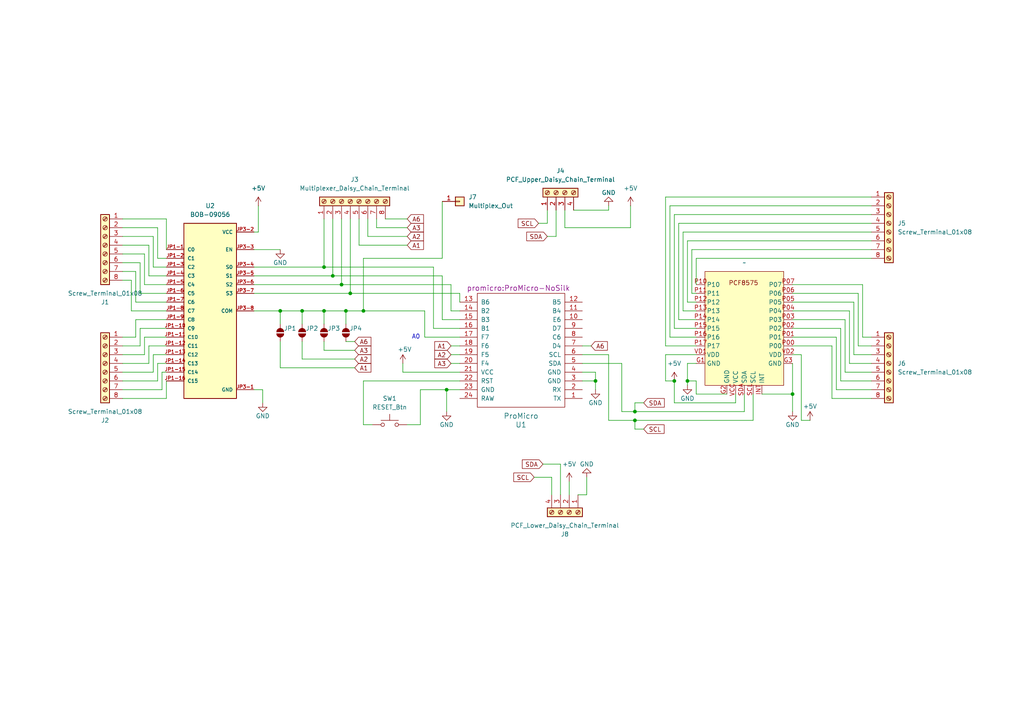
<source format=kicad_sch>
(kicad_sch (version 20250114) (generator "eeschema") (generator_version "9.0")
  (paper "A4")
  (lib_symbols
    (symbol "BOB-09056:BOB-09056" (pin_names (offset 1.016))
      (property "Reference" "U" (at -7.62 25.908 0))
      (property "Value" "BOB-09056" (at -7.62 -27.94 0))
      (symbol "BOB-09056_0_0"
        (rectangle (start -7.62 -25.4) (end 7.62 25.4) (stroke (width 0.254)) (fill (type background)))
        (pin input line (at -12.7 17.78 0) (length 5.08) (name "C0") (number "JP1-1"))
        (pin input line (at -12.7 15.24 0) (length 5.08) (name "C1") (number "JP1-2"))
        (pin input line (at -12.7 12.7 0) (length 5.08) (name "C2") (number "JP1-3"))
        (pin input line (at -12.7 10.16 0) (length 5.08) (name "C3") (number "JP1-4"))
        (pin input line (at -12.7 7.62 0) (length 5.08) (name "C4") (number "JP1-5"))
        (pin input line (at -12.7 5.08 0) (length 5.08) (name "C5") (number "JP1-6"))
        (pin input line (at -12.7 2.54 0) (length 5.08) (name "C6") (number "JP1-7"))
        (pin input line (at -12.7 0 0) (length 5.08) (name "C7") (number "JP1-8"))
        (pin input line (at -12.7 -2.54 0) (length 5.08) (name "C8") (number "JP1-9"))
        (pin input line (at -12.7 -5.08 0) (length 5.08) (name "C9") (number "JP1-10"))
        (pin input line (at -12.7 -7.62 0) (length 5.08) (name "C10") (number "JP1-11"))
        (pin input line (at -12.7 -10.16 0) (length 5.08) (name "C11") (number "JP1-12"))
        (pin input line (at -12.7 -12.7 0) (length 5.08) (name "C12") (number "JP1-13"))
        (pin input line (at -12.7 -15.24 0) (length 5.08) (name "C13") (number "JP1-14"))
        (pin input line (at -12.7 -17.78 0) (length 5.08) (name "C14") (number "JP1-15"))
        (pin input line (at -12.7 -20.32 0) (length 5.08) (name "C15") (number "JP1-16"))
        (pin power_in line (at 12.7 22.86 180) (length 5.08) (name "VCC") (number "JP3-2"))
        (pin input line (at 12.7 17.78 180) (length 5.08) (name "EN") (number "JP3-3"))
        (pin input line (at 12.7 12.7 180) (length 5.08) (name "S0") (number "JP3-4"))
        (pin input line (at 12.7 10.16 180) (length 5.08) (name "S1") (number "JP3-5"))
        (pin input line (at 12.7 7.62 180) (length 5.08) (name "S2") (number "JP3-6"))
        (pin input line (at 12.7 5.08 180) (length 5.08) (name "S3") (number "JP3-7"))
        (pin bidirectional line (at 12.7 0 180) (length 5.08) (name "COM") (number "JP3-8"))
        (pin power_in line (at 12.7 -22.86 180) (length 5.08) (name "GND") (number "JP3-1"))
      )
    )
    (symbol "Connector:Screw_Terminal_01x04" (pin_names (offset 1.016) (hide yes))
      (property "Reference" "J" (at 0 5.08 0))
      (property "Value" "Screw_Terminal_01x04" (at 0 -7.62 0))
      (symbol "Screw_Terminal_01x04_1_1"
        (rectangle (start -1.27 3.81) (end 1.27 -6.35) (stroke (width 0.254)) (fill (type background)))
        (polyline (pts (xy -0.5334 2.8702) (xy 0.3302 2.032)) (stroke (width 0.1524)))
        (polyline (pts (xy -0.5334 0.3302) (xy 0.3302 -0.508)) (stroke (width 0.1524)))
        (polyline (pts (xy -0.5334 -2.2098) (xy 0.3302 -3.048)) (stroke (width 0.1524)))
        (polyline (pts (xy -0.5334 -4.7498) (xy 0.3302 -5.588)) (stroke (width 0.1524)))
        (polyline (pts (xy -0.3556 3.048) (xy 0.508 2.2098)) (stroke (width 0.1524)))
        (polyline (pts (xy -0.3556 0.508) (xy 0.508 -0.3302)) (stroke (width 0.1524)))
        (polyline (pts (xy -0.3556 -2.032) (xy 0.508 -2.8702)) (stroke (width 0.1524)))
        (polyline (pts (xy -0.3556 -4.572) (xy 0.508 -5.4102)) (stroke (width 0.1524)))
        (circle (center 0 2.54) (radius 0.635) (stroke (width 0.1524)))
        (circle (center 0 0) (radius 0.635) (stroke (width 0.1524)))
        (circle (center 0 -2.54) (radius 0.635) (stroke (width 0.1524)))
        (circle (center 0 -5.08) (radius 0.635) (stroke (width 0.1524)))
        (pin passive line (at -5.08 2.54 0) (length 3.81) (name "Pin_1") (number "1"))
        (pin passive line (at -5.08 0 0) (length 3.81) (name "Pin_2") (number "2"))
        (pin passive line (at -5.08 -2.54 0) (length 3.81) (name "Pin_3") (number "3"))
        (pin passive line (at -5.08 -5.08 0) (length 3.81) (name "Pin_4") (number "4"))
      )
    )
    (symbol "Connector:Screw_Terminal_01x08" (pin_names (offset 1.016) (hide yes))
      (property "Reference" "J" (at 0 10.16 0))
      (property "Value" "Screw_Terminal_01x08" (at 0 -12.7 0))
      (symbol "Screw_Terminal_01x08_1_1"
        (rectangle (start -1.27 8.89) (end 1.27 -11.43) (stroke (width 0.254)) (fill (type background)))
        (polyline (pts (xy -0.5334 7.9502) (xy 0.3302 7.112)) (stroke (width 0.1524)))
        (polyline (pts (xy -0.5334 5.4102) (xy 0.3302 4.572)) (stroke (width 0.1524)))
        (polyline (pts (xy -0.5334 2.8702) (xy 0.3302 2.032)) (stroke (width 0.1524)))
        (polyline (pts (xy -0.5334 0.3302) (xy 0.3302 -0.508)) (stroke (width 0.1524)))
        (polyline (pts (xy -0.5334 -2.2098) (xy 0.3302 -3.048)) (stroke (width 0.1524)))
        (polyline (pts (xy -0.5334 -4.7498) (xy 0.3302 -5.588)) (stroke (width 0.1524)))
        (polyline (pts (xy -0.5334 -7.2898) (xy 0.3302 -8.128)) (stroke (width 0.1524)))
        (polyline (pts (xy -0.5334 -9.8298) (xy 0.3302 -10.668)) (stroke (width 0.1524)))
        (polyline (pts (xy -0.3556 8.128) (xy 0.508 7.2898)) (stroke (width 0.1524)))
        (polyline (pts (xy -0.3556 5.588) (xy 0.508 4.7498)) (stroke (width 0.1524)))
        (polyline (pts (xy -0.3556 3.048) (xy 0.508 2.2098)) (stroke (width 0.1524)))
        (polyline (pts (xy -0.3556 0.508) (xy 0.508 -0.3302)) (stroke (width 0.1524)))
        (polyline (pts (xy -0.3556 -2.032) (xy 0.508 -2.8702)) (stroke (width 0.1524)))
        (polyline (pts (xy -0.3556 -4.572) (xy 0.508 -5.4102)) (stroke (width 0.1524)))
        (polyline (pts (xy -0.3556 -7.112) (xy 0.508 -7.9502)) (stroke (width 0.1524)))
        (polyline (pts (xy -0.3556 -9.652) (xy 0.508 -10.4902)) (stroke (width 0.1524)))
        (circle (center 0 7.62) (radius 0.635) (stroke (width 0.1524)))
        (circle (center 0 5.08) (radius 0.635) (stroke (width 0.1524)))
        (circle (center 0 2.54) (radius 0.635) (stroke (width 0.1524)))
        (circle (center 0 0) (radius 0.635) (stroke (width 0.1524)))
        (circle (center 0 -2.54) (radius 0.635) (stroke (width 0.1524)))
        (circle (center 0 -5.08) (radius 0.635) (stroke (width 0.1524)))
        (circle (center 0 -7.62) (radius 0.635) (stroke (width 0.1524)))
        (circle (center 0 -10.16) (radius 0.635) (stroke (width 0.1524)))
        (pin passive line (at -5.08 7.62 0) (length 3.81) (name "Pin_1") (number "1"))
        (pin passive line (at -5.08 5.08 0) (length 3.81) (name "Pin_2") (number "2"))
        (pin passive line (at -5.08 2.54 0) (length 3.81) (name "Pin_3") (number "3"))
        (pin passive line (at -5.08 0 0) (length 3.81) (name "Pin_4") (number "4"))
        (pin passive line (at -5.08 -2.54 0) (length 3.81) (name "Pin_5") (number "5"))
        (pin passive line (at -5.08 -5.08 0) (length 3.81) (name "Pin_6") (number "6"))
        (pin passive line (at -5.08 -7.62 0) (length 3.81) (name "Pin_7") (number "7"))
        (pin passive line (at -5.08 -10.16 0) (length 3.81) (name "Pin_8") (number "8"))
      )
    )
    (symbol "Connector_Generic:Conn_01x01" (pin_names (offset 1.016) (hide yes))
      (property "Reference" "J" (at 0 2.54 0))
      (property "Value" "Conn_01x01" (at 0 -2.54 0))
      (symbol "Conn_01x01_1_1"
        (rectangle (start -1.27 1.27) (end 1.27 -1.27) (stroke (width 0.254)) (fill (type background)))
        (rectangle (start -1.27 0.127) (end 0 -0.127) (stroke (width 0.1524)))
        (pin passive line (at -5.08 0 0) (length 3.81) (name "Pin_1") (number "1"))
      )
    )
    (symbol "MyCustomSymbolLibrary:PCF8575_Breakout"
      (symbol "PCF8575_Breakout_1_1"
        (rectangle (start -11.43 13.97) (end 11.43 -19.05) (fill (type background)))
        (text "PCF8575" (at -0.254 10.668 0) (effects (font (size 1.27 1.27))))
        (pin bidirectional line (at -13.97 10.16 0) (length 2.54) (name "P10") (number "P10"))
        (pin bidirectional line (at -13.97 7.62 0) (length 2.54) (name "P11") (number "P11"))
        (pin bidirectional line (at -13.97 5.08 0) (length 2.54) (name "P12") (number "P12"))
        (pin bidirectional line (at -13.97 2.54 0) (length 2.54) (name "P13") (number "P13"))
        (pin bidirectional line (at -13.97 0 0) (length 2.54) (name "P14") (number "P14"))
        (pin bidirectional line (at -13.97 -2.54 0) (length 2.54) (name "P15") (number "P15"))
        (pin bidirectional line (at -13.97 -5.08 0) (length 2.54) (name "P16") (number "P16"))
        (pin bidirectional line (at -13.97 -7.62 0) (length 2.54) (name "P17") (number "P17"))
        (pin power_in line (at -13.97 -10.16 0) (length 2.54) (name "VDD") (number "VD1"))
        (pin power_in line (at -13.97 -12.7 0) (length 2.54) (name "GND") (number "G1"))
        (pin power_in line (at -5.08 -21.59 90) (length 2.54) (name "GND") (number "G2"))
        (pin power_in line (at -2.54 -21.59 90) (length 2.54) (name "VCC") (number "VCC"))
        (pin bidirectional line (at 0 -21.59 90) (length 2.54) (name "SDA") (number "SDA"))
        (pin bidirectional line (at 2.54 -21.59 90) (length 2.54) (name "SCL") (number "SCL"))
        (pin bidirectional line (at 5.08 -21.59 90) (length 2.54) (name "INT") (number "INT"))
        (pin bidirectional line (at 13.97 10.16 180) (length 2.54) (name "P07") (number "P07"))
        (pin bidirectional line (at 13.97 7.62 180) (length 2.54) (name "P06") (number "P06"))
        (pin bidirectional line (at 13.97 5.08 180) (length 2.54) (name "P05") (number "P05"))
        (pin bidirectional line (at 13.97 2.54 180) (length 2.54) (name "P04") (number "P04"))
        (pin bidirectional line (at 13.97 0 180) (length 2.54) (name "P03") (number "P03"))
        (pin bidirectional line (at 13.97 -2.54 180) (length 2.54) (name "P02") (number "P02"))
        (pin bidirectional line (at 13.97 -5.08 180) (length 2.54) (name "P01") (number "P01"))
        (pin bidirectional line (at 13.97 -7.62 180) (length 2.54) (name "P00") (number "P00"))
        (pin power_in line (at 13.97 -10.16 180) (length 2.54) (name "VDD") (number "VD2"))
        (pin power_in line (at 13.97 -12.7 180) (length 2.54) (name "GND") (number "G3"))
      )
    )
    (symbol "PCM_SparkFun-Jumper:SolderJumper_2_Open" (pin_numbers (hide yes)) (pin_names (offset 0) (hide yes))
      (property "Reference" "JP" (at 0 2.032 0))
      (property "Value" "~" (at 0 -2.54 0))
      (symbol "SolderJumper_2_Open_0_1"
        (polyline (pts (xy -0.254 1.016) (xy -0.254 -1.016)))
        (arc (start -0.254 -1.016) (mid -1.2656 0) (end -0.254 1.016))
        (arc (start -0.254 -1.016) (mid -1.2656 0) (end -0.254 1.016) (fill (type outline)))
        (arc (start 0.254 1.016) (mid 1.2656 0) (end 0.254 -1.016))
        (arc (start 0.254 1.016) (mid 1.2656 0) (end 0.254 -1.016) (fill (type outline)))
        (polyline (pts (xy 0.254 1.016) (xy 0.254 -1.016)))
      )
      (symbol "SolderJumper_2_Open_1_1"
        (pin passive line (at -2.54 0 0) (length 1.27) (name "A") (number "1"))
        (pin passive line (at 2.54 0 180) (length 1.27) (name "B") (number "2"))
      )
    )
    (symbol "PCM_SparkFun-PowerSymbol:GND" (power) (pin_names (offset 0))
      (property "Value" "GND" (at 0 -3.81 0))
      (symbol "GND_0_1"
        (polyline (pts (xy 0 0) (xy 0 -1.27) (xy 1.27 -1.27) (xy 0 -2.54) (xy -1.27 -1.27) (xy 0 -1.27)))
      )
      (symbol "GND_1_1"
        (pin power_in line (at 0 0 270) (length 0) (hide yes) (name "GND") (number "1"))
      )
    )
    (symbol "Switch:SW_Push" (pin_numbers (hide yes)) (pin_names (offset 1.016) (hide yes))
      (property "Reference" "SW" (at 1.27 2.54 0))
      (property "Value" "SW_Push" (at 0 -1.524 0))
      (symbol "SW_Push_0_1"
        (circle (center -2.032 0) (radius 0.508))
        (polyline (pts (xy 0 1.27) (xy 0 3.048)))
        (circle (center 2.032 0) (radius 0.508))
        (polyline (pts (xy 2.54 1.27) (xy -2.54 1.27)))
        (pin passive line (at -5.08 0 0) (length 2.54) (name "1") (number "1"))
        (pin passive line (at 5.08 0 180) (length 2.54) (name "2") (number "2"))
      )
    )
    (symbol "power:+5V" (power) (pin_numbers (hide yes)) (pin_names (offset 0) (hide yes))
      (property "Value" "+5V" (at 0 3.556 0))
      (symbol "+5V_0_1"
        (polyline (pts (xy -0.762 1.27) (xy 0 2.54)))
        (polyline (pts (xy 0 2.54) (xy 0.762 1.27)))
        (polyline (pts (xy 0 0) (xy 0 2.54)))
      )
      (symbol "+5V_1_1"
        (pin power_in line (at 0 0 90) (length 0) (name "~") (number "1"))
      )
    )
    (symbol "promicro:ProMicro" (pin_names (offset 1.016))
      (property "Reference" "U" (at 0 24.13 0))
      (property "Value" "ProMicro" (at 0 -13.97 0))
      (symbol "ProMicro_0_1"
        (rectangle (start -12.7 21.59) (end 12.7 -11.43))
      )
      (symbol "ProMicro_1_1"
        (pin bidirectional line (at -17.78 19.05 0) (length 5.08) (name "TX") (number "1"))
        (pin bidirectional line (at -17.78 16.51 0) (length 5.08) (name "RX") (number "2"))
        (pin power_in line (at -17.78 13.97 0) (length 5.08) (name "GND") (number "3"))
        (pin power_in line (at -17.78 11.43 0) (length 5.08) (name "GND") (number "4"))
        (pin bidirectional line (at -17.78 8.89 0) (length 5.08) (name "SDA") (number "5"))
        (pin bidirectional line (at -17.78 6.35 0) (length 5.08) (name "SCL") (number "6"))
        (pin bidirectional line (at -17.78 3.81 0) (length 5.08) (name "D4") (number "7"))
        (pin bidirectional line (at -17.78 1.27 0) (length 5.08) (name "C6") (number "8"))
        (pin bidirectional line (at -17.78 -1.27 0) (length 5.08) (name "D7") (number "9"))
        (pin bidirectional line (at -17.78 -3.81 0) (length 5.08) (name "E6") (number "10"))
        (pin bidirectional line (at -17.78 -6.35 0) (length 5.08) (name "B4") (number "11"))
        (pin bidirectional line (at -17.78 -8.89 0) (length 5.08) (name "B5") (number "12"))
        (pin power_out line (at 17.78 19.05 180) (length 5.08) (name "RAW") (number "24"))
        (pin power_in line (at 17.78 16.51 180) (length 5.08) (name "GND") (number "23"))
        (pin input line (at 17.78 13.97 180) (length 5.08) (name "RST") (number "22"))
        (pin power_in line (at 17.78 11.43 180) (length 5.08) (name "VCC") (number "21"))
        (pin bidirectional line (at 17.78 8.89 180) (length 5.08) (name "F4") (number "20"))
        (pin bidirectional line (at 17.78 6.35 180) (length 5.08) (name "F5") (number "19"))
        (pin bidirectional line (at 17.78 3.81 180) (length 5.08) (name "F6") (number "18"))
        (pin bidirectional line (at 17.78 1.27 180) (length 5.08) (name "F7") (number "17"))
        (pin bidirectional line (at 17.78 -1.27 180) (length 5.08) (name "B1") (number "16"))
        (pin bidirectional line (at 17.78 -3.81 180) (length 5.08) (name "B3") (number "15"))
        (pin bidirectional line (at 17.78 -6.35 180) (length 5.08) (name "B2") (number "14"))
        (pin bidirectional line (at 17.78 -8.89 180) (length 5.08) (name "B6") (number "13"))
      )
    )
  )
  (text "A0" (at 120.65 97.79 0) (effects (font (size 1.27 1.27))))
  (junction (at 129.54 113.03))
  (junction (at 99.06 82.55))
  (junction (at 229.87 114.3))
  (junction (at 101.6 85.09))
  (junction (at 199.39 110.49))
  (junction (at 105.41 90.17))
  (junction (at 93.98 77.47))
  (junction (at 100.33 90.17))
  (junction (at 96.52 80.01))
  (junction (at 81.28 90.17))
  (junction (at 184.15 121.92))
  (junction (at 87.63 90.17))
  (junction (at 93.98 90.17))
  (junction (at 184.15 119.38))
  (junction (at 172.72 110.49))
  (junction (at 195.58 110.49))
  (wire (pts (xy 229.87 87.63) (xy 247.65 87.63)))
  (wire (pts (xy 41.91 97.79) (xy 48.26 97.79)))
  (wire (pts (xy 252.73 62.23) (xy 195.58 62.23)))
  (wire (pts (xy 73.66 77.47) (xy 93.98 77.47)))
  (wire (pts (xy 111.76 63.5) (xy 118.11 63.5)))
  (wire (pts (xy 104.14 71.12) (xy 118.11 71.12)))
  (wire (pts (xy 123.19 90.17) (xy 123.19 97.79)))
  (wire (pts (xy 248.92 100.33) (xy 252.73 100.33)))
  (wire (pts (xy 247.65 102.87) (xy 252.73 102.87)))
  (wire (pts (xy 100.33 90.17) (xy 105.41 90.17)))
  (wire (pts (xy 229.87 97.79) (xy 242.57 97.79)))
  (wire (pts (xy 199.39 105.41) (xy 199.39 110.49)))
  (wire (pts (xy 168.91 107.95) (xy 172.72 107.95)))
  (wire (pts (xy 242.57 113.03) (xy 252.73 113.03)))
  (wire (pts (xy 44.45 107.95) (xy 44.45 102.87)))
  (wire (pts (xy 229.87 85.09) (xy 248.92 85.09)))
  (wire (pts (xy 162.56 134.62) (xy 162.56 143.51)))
  (wire (pts (xy 229.87 102.87) (xy 232.41 102.87)))
  (wire (pts (xy 199.39 110.49) (xy 199.39 111.76)))
  (wire (pts (xy 241.3 100.33) (xy 241.3 115.57)))
  (wire (pts (xy 35.56 68.58) (xy 44.45 68.58)))
  (wire (pts (xy 87.63 90.17) (xy 93.98 90.17)))
  (wire (pts (xy 130.81 82.55) (xy 130.81 90.17)))
  (wire (pts (xy 35.56 76.2) (xy 40.64 76.2)))
  (wire (pts (xy 229.87 82.55) (xy 250.19 82.55)))
  (wire (pts (xy 176.53 121.92) (xy 184.15 121.92)))
  (wire (pts (xy 243.84 110.49) (xy 252.73 110.49)))
  (wire (pts (xy 35.56 105.41) (xy 43.18 105.41)))
  (wire (pts (xy 44.45 68.58) (xy 44.45 77.47)))
  (wire (pts (xy 35.56 97.79) (xy 39.37 97.79)))
  (wire (pts (xy 35.56 66.04) (xy 45.72 66.04)))
  (wire (pts (xy 118.11 123.19) (xy 121.92 123.19)))
  (wire (pts (xy 133.35 110.49) (xy 105.41 110.49)))
  (wire (pts (xy 101.6 63.5) (xy 101.6 85.09)))
  (wire (pts (xy 158.75 68.58) (xy 161.29 68.58)))
  (wire (pts (xy 106.68 68.58) (xy 118.11 68.58)))
  (wire (pts (xy 180.34 119.38) (xy 184.15 119.38)))
  (wire (pts (xy 116.84 107.95) (xy 116.84 105.41)))
  (wire (pts (xy 74.93 67.31) (xy 74.93 59.69)))
  (wire (pts (xy 45.72 105.41) (xy 48.26 105.41)))
  (wire (pts (xy 35.56 78.74) (xy 39.37 78.74)))
  (wire (pts (xy 87.63 90.17) (xy 87.63 93.98)))
  (wire (pts (xy 81.28 90.17) (xy 87.63 90.17)))
  (wire (pts (xy 39.37 92.71) (xy 48.26 92.71)))
  (wire (pts (xy 229.87 95.25) (xy 243.84 95.25)))
  (wire (pts (xy 130.81 102.87) (xy 133.35 102.87)))
  (wire (pts (xy 128.27 58.42) (xy 128.27 74.93)))
  (wire (pts (xy 35.56 113.03) (xy 46.99 113.03)))
  (wire (pts (xy 73.66 85.09) (xy 101.6 85.09)))
  (wire (pts (xy 133.35 113.03) (xy 129.54 113.03)))
  (wire (pts (xy 213.36 114.3) (xy 213.36 116.84)))
  (wire (pts (xy 213.36 116.84) (xy 195.58 116.84)))
  (wire (pts (xy 201.93 82.55) (xy 201.93 74.93)))
  (wire (pts (xy 194.31 59.69) (xy 194.31 97.79)))
  (wire (pts (xy 243.84 95.25) (xy 243.84 110.49)))
  (wire (pts (xy 106.68 63.5) (xy 106.68 68.58)))
  (wire (pts (xy 73.66 82.55) (xy 99.06 82.55)))
  (wire (pts (xy 229.87 92.71) (xy 245.11 92.71)))
  (wire (pts (xy 81.28 106.68) (xy 81.28 99.06)))
  (wire (pts (xy 102.87 106.68) (xy 81.28 106.68)))
  (wire (pts (xy 252.73 69.85) (xy 199.39 69.85)))
  (wire (pts (xy 170.18 143.51) (xy 167.64 143.51)))
  (wire (pts (xy 165.1 143.51) (xy 165.1 139.7)))
  (wire (pts (xy 35.56 100.33) (xy 40.64 100.33)))
  (wire (pts (xy 128.27 74.93) (xy 105.41 74.93)))
  (wire (pts (xy 247.65 87.63) (xy 247.65 102.87)))
  (wire (pts (xy 38.1 81.28) (xy 35.56 81.28)))
  (wire (pts (xy 93.98 90.17) (xy 100.33 90.17)))
  (wire (pts (xy 105.41 123.19) (xy 107.95 123.19)))
  (wire (pts (xy 245.11 107.95) (xy 252.73 107.95)))
  (wire (pts (xy 168.91 100.33) (xy 171.45 100.33)))
  (wire (pts (xy 73.66 80.01) (xy 96.52 80.01)))
  (wire (pts (xy 40.64 95.25) (xy 48.26 95.25)))
  (wire (pts (xy 246.38 90.17) (xy 246.38 105.41)))
  (wire (pts (xy 35.56 110.49) (xy 45.72 110.49)))
  (wire (pts (xy 40.64 100.33) (xy 40.64 95.25)))
  (wire (pts (xy 218.44 114.3) (xy 218.44 121.92)))
  (wire (pts (xy 229.87 100.33) (xy 241.3 100.33)))
  (wire (pts (xy 102.87 104.14) (xy 87.63 104.14)))
  (wire (pts (xy 48.26 63.5) (xy 48.26 72.39)))
  (wire (pts (xy 39.37 78.74) (xy 39.37 87.63)))
  (wire (pts (xy 161.29 68.58) (xy 161.29 60.96)))
  (wire (pts (xy 195.58 62.23) (xy 195.58 95.25)))
  (wire (pts (xy 100.33 99.06) (xy 102.87 99.06)))
  (wire (pts (xy 184.15 116.84) (xy 184.15 119.38)))
  (wire (pts (xy 105.41 110.49) (xy 105.41 123.19)))
  (wire (pts (xy 93.98 63.5) (xy 93.98 77.47)))
  (wire (pts (xy 156.21 64.77) (xy 158.75 64.77)))
  (wire (pts (xy 102.87 101.6) (xy 93.98 101.6)))
  (wire (pts (xy 184.15 121.92) (xy 218.44 121.92)))
  (wire (pts (xy 252.73 57.15) (xy 193.04 57.15)))
  (wire (pts (xy 199.39 87.63) (xy 201.93 87.63)))
  (wire (pts (xy 35.56 71.12) (xy 43.18 71.12)))
  (wire (pts (xy 45.72 74.93) (xy 48.26 74.93)))
  (wire (pts (xy 193.04 57.15) (xy 193.04 100.33)))
  (wire (pts (xy 109.22 63.5) (xy 109.22 66.04)))
  (wire (pts (xy 176.53 102.87) (xy 176.53 121.92)))
  (wire (pts (xy 130.81 105.41) (xy 133.35 105.41)))
  (wire (pts (xy 81.28 90.17) (xy 81.28 93.98)))
  (wire (pts (xy 44.45 77.47) (xy 48.26 77.47)))
  (wire (pts (xy 99.06 82.55) (xy 130.81 82.55)))
  (wire (pts (xy 39.37 87.63) (xy 48.26 87.63)))
  (wire (pts (xy 44.45 102.87) (xy 48.26 102.87)))
  (wire (pts (xy 172.72 107.95) (xy 172.72 110.49)))
  (wire (pts (xy 199.39 69.85) (xy 199.39 87.63)))
  (wire (pts (xy 96.52 80.01) (xy 128.27 80.01)))
  (wire (pts (xy 163.83 66.04) (xy 182.88 66.04)))
  (wire (pts (xy 196.85 64.77) (xy 196.85 92.71)))
  (wire (pts (xy 252.73 59.69) (xy 194.31 59.69)))
  (wire (pts (xy 39.37 97.79) (xy 39.37 92.71)))
  (wire (pts (xy 160.02 138.43) (xy 160.02 143.51)))
  (wire (pts (xy 35.56 107.95) (xy 44.45 107.95)))
  (wire (pts (xy 246.38 105.41) (xy 252.73 105.41)))
  (wire (pts (xy 105.41 90.17) (xy 123.19 90.17)))
  (wire (pts (xy 43.18 105.41) (xy 43.18 100.33)))
  (wire (pts (xy 241.3 115.57) (xy 252.73 115.57)))
  (wire (pts (xy 242.57 97.79) (xy 242.57 113.03)))
  (wire (pts (xy 123.19 97.79) (xy 133.35 97.79)))
  (wire (pts (xy 194.31 97.79) (xy 201.93 97.79)))
  (wire (pts (xy 210.82 114.3) (xy 201.93 114.3)))
  (wire (pts (xy 45.72 66.04) (xy 45.72 74.93)))
  (wire (pts (xy 172.72 110.49) (xy 168.91 110.49)))
  (wire (pts (xy 133.35 85.09) (xy 133.35 87.63)))
  (wire (pts (xy 158.75 64.77) (xy 158.75 60.96)))
  (wire (pts (xy 109.22 66.04) (xy 118.11 66.04)))
  (wire (pts (xy 40.64 76.2) (xy 40.64 85.09)))
  (wire (pts (xy 229.87 114.3) (xy 229.87 119.38)))
  (wire (pts (xy 196.85 92.71) (xy 201.93 92.71)))
  (wire (pts (xy 229.87 90.17) (xy 246.38 90.17)))
  (wire (pts (xy 125.73 77.47) (xy 125.73 95.25)))
  (wire (pts (xy 128.27 92.71) (xy 133.35 92.71)))
  (wire (pts (xy 182.88 66.04) (xy 182.88 59.69)))
  (wire (pts (xy 41.91 73.66) (xy 41.91 82.55)))
  (wire (pts (xy 130.81 100.33) (xy 133.35 100.33)))
  (wire (pts (xy 193.04 110.49) (xy 193.04 102.87)))
  (wire (pts (xy 45.72 110.49) (xy 45.72 105.41)))
  (wire (pts (xy 125.73 95.25) (xy 133.35 95.25)))
  (wire (pts (xy 130.81 90.17) (xy 133.35 90.17)))
  (wire (pts (xy 198.12 67.31) (xy 198.12 90.17)))
  (wire (pts (xy 195.58 110.49) (xy 193.04 110.49)))
  (wire (pts (xy 163.83 60.96) (xy 163.83 66.04)))
  (wire (pts (xy 73.66 67.31) (xy 74.93 67.31)))
  (wire (pts (xy 76.2 113.03) (xy 76.2 116.84)))
  (wire (pts (xy 35.56 63.5) (xy 48.26 63.5)))
  (wire (pts (xy 215.9 114.3) (xy 215.9 119.38)))
  (wire (pts (xy 229.87 105.41) (xy 229.87 114.3)))
  (wire (pts (xy 184.15 124.46) (xy 184.15 121.92)))
  (wire (pts (xy 184.15 124.46) (xy 186.69 124.46)))
  (wire (pts (xy 35.56 73.66) (xy 41.91 73.66)))
  (wire (pts (xy 40.64 85.09) (xy 48.26 85.09)))
  (wire (pts (xy 93.98 90.17) (xy 93.98 93.98)))
  (wire (pts (xy 43.18 80.01) (xy 48.26 80.01)))
  (wire (pts (xy 232.41 102.87) (xy 232.41 121.92)))
  (wire (pts (xy 201.93 85.09) (xy 200.66 85.09)))
  (wire (pts (xy 121.92 113.03) (xy 129.54 113.03)))
  (wire (pts (xy 46.99 107.95) (xy 48.26 107.95)))
  (wire (pts (xy 195.58 116.84) (xy 195.58 110.49)))
  (wire (pts (xy 193.04 100.33) (xy 201.93 100.33)))
  (wire (pts (xy 93.98 101.6) (xy 93.98 99.06)))
  (wire (pts (xy 220.98 114.3) (xy 229.87 114.3)))
  (wire (pts (xy 201.93 74.93) (xy 252.73 74.93)))
  (wire (pts (xy 105.41 74.93) (xy 105.41 90.17)))
  (wire (pts (xy 157.48 134.62) (xy 162.56 134.62)))
  (wire (pts (xy 35.56 102.87) (xy 41.91 102.87)))
  (wire (pts (xy 166.37 60.96) (xy 176.53 60.96)))
  (wire (pts (xy 176.53 60.96) (xy 176.53 59.69)))
  (wire (pts (xy 87.63 104.14) (xy 87.63 99.06)))
  (wire (pts (xy 43.18 100.33) (xy 48.26 100.33)))
  (wire (pts (xy 46.99 113.03) (xy 46.99 107.95)))
  (wire (pts (xy 200.66 72.39) (xy 252.73 72.39)))
  (wire (pts (xy 101.6 85.09) (xy 133.35 85.09)))
  (wire (pts (xy 186.69 116.84) (xy 184.15 116.84)))
  (wire (pts (xy 99.06 63.5) (xy 99.06 82.55)))
  (wire (pts (xy 96.52 63.5) (xy 96.52 80.01)))
  (wire (pts (xy 245.11 92.71) (xy 245.11 107.95)))
  (wire (pts (xy 193.04 102.87) (xy 201.93 102.87)))
  (wire (pts (xy 35.56 115.57) (xy 48.26 115.57)))
  (wire (pts (xy 73.66 72.39) (xy 81.28 72.39)))
  (wire (pts (xy 168.91 102.87) (xy 176.53 102.87)))
  (wire (pts (xy 200.66 85.09) (xy 200.66 72.39)))
  (wire (pts (xy 128.27 80.01) (xy 128.27 92.71)))
  (wire (pts (xy 93.98 77.47) (xy 125.73 77.47)))
  (wire (pts (xy 38.1 81.28) (xy 38.1 90.17)))
  (wire (pts (xy 100.33 90.17) (xy 100.33 93.98)))
  (wire (pts (xy 73.66 90.17) (xy 81.28 90.17)))
  (wire (pts (xy 129.54 113.03) (xy 129.54 119.38)))
  (wire (pts (xy 172.72 113.03) (xy 172.72 110.49)))
  (wire (pts (xy 41.91 82.55) (xy 48.26 82.55)))
  (wire (pts (xy 38.1 90.17) (xy 48.26 90.17)))
  (wire (pts (xy 184.15 119.38) (xy 215.9 119.38)))
  (wire (pts (xy 121.92 123.19) (xy 121.92 113.03)))
  (wire (pts (xy 248.92 85.09) (xy 248.92 100.33)))
  (wire (pts (xy 198.12 90.17) (xy 201.93 90.17)))
  (wire (pts (xy 104.14 63.5) (xy 104.14 71.12)))
  (wire (pts (xy 250.19 97.79) (xy 252.73 97.79)))
  (wire (pts (xy 48.26 115.57) (xy 48.26 110.49)))
  (wire (pts (xy 180.34 119.38) (xy 180.34 105.41)))
  (wire (pts (xy 250.19 82.55) (xy 250.19 97.79)))
  (wire (pts (xy 201.93 105.41) (xy 199.39 105.41)))
  (wire (pts (xy 201.93 114.3) (xy 201.93 110.49)))
  (wire (pts (xy 73.66 113.03) (xy 76.2 113.03)))
  (wire (pts (xy 195.58 95.25) (xy 201.93 95.25)))
  (wire (pts (xy 168.91 105.41) (xy 180.34 105.41)))
  (wire (pts (xy 252.73 64.77) (xy 196.85 64.77)))
  (wire (pts (xy 170.18 138.43) (xy 170.18 143.51)))
  (wire (pts (xy 232.41 121.92) (xy 234.95 121.92)))
  (wire (pts (xy 201.93 110.49) (xy 199.39 110.49)))
  (wire (pts (xy 133.35 107.95) (xy 116.84 107.95)))
  (wire (pts (xy 154.94 138.43) (xy 160.02 138.43)))
  (wire (pts (xy 252.73 67.31) (xy 198.12 67.31)))
  (wire (pts (xy 43.18 71.12) (xy 43.18 80.01)))
  (wire (pts (xy 41.91 102.87) (xy 41.91 97.79)))
  (global_label "A1" (shape input) (at 130.81 100.33 180) (property "Intersheetrefs" "${INTERSHEET_REFS}" (effects (hide yes))))
  (global_label "SDA" (shape input) (at 157.48 134.62 180) (property "Intersheetrefs" "${INTERSHEET_REFS}" (effects (hide yes))))
  (global_label "SCL" (shape input) (at 156.21 64.77 180) (property "Intersheetrefs" "${INTERSHEET_REFS}" (effects (hide yes))))
  (global_label "A6" (shape input) (at 118.11 63.5 0) (property "Intersheetrefs" "${INTERSHEET_REFS}" (effects (hide yes))))
  (global_label "SCL" (shape input) (at 186.69 124.46 0) (property "Intersheetrefs" "${INTERSHEET_REFS}" (effects (hide yes))))
  (global_label "A2" (shape input) (at 130.81 102.87 180) (property "Intersheetrefs" "${INTERSHEET_REFS}" (effects (hide yes))))
  (global_label "A3" (shape input) (at 102.87 101.6 0) (property "Intersheetrefs" "${INTERSHEET_REFS}" (effects (hide yes))))
  (global_label "A3" (shape input) (at 118.11 66.04 0) (property "Intersheetrefs" "${INTERSHEET_REFS}" (effects (hide yes))))
  (global_label "A1" (shape input) (at 118.11 71.12 0) (property "Intersheetrefs" "${INTERSHEET_REFS}" (effects (hide yes))))
  (global_label "A2" (shape input) (at 118.11 68.58 0) (property "Intersheetrefs" "${INTERSHEET_REFS}" (effects (hide yes))))
  (global_label "A1" (shape input) (at 102.87 106.68 0) (property "Intersheetrefs" "${INTERSHEET_REFS}" (effects (hide yes))))
  (global_label "A6" (shape input) (at 102.87 99.06 0) (property "Intersheetrefs" "${INTERSHEET_REFS}" (effects (hide yes))))
  (global_label "A3" (shape input) (at 130.81 105.41 180) (property "Intersheetrefs" "${INTERSHEET_REFS}" (effects (hide yes))))
  (global_label "SCL" (shape input) (at 154.94 138.43 180) (property "Intersheetrefs" "${INTERSHEET_REFS}" (effects (hide yes))))
  (global_label "SDA" (shape input) (at 186.69 116.84 0) (property "Intersheetrefs" "${INTERSHEET_REFS}" (effects (hide yes))))
  (global_label "A2" (shape input) (at 102.87 104.14 0) (property "Intersheetrefs" "${INTERSHEET_REFS}" (effects (hide yes))))
  (global_label "SDA" (shape input) (at 158.75 68.58 180) (property "Intersheetrefs" "${INTERSHEET_REFS}" (effects (hide yes))))
  (global_label "A6" (shape input) (at 171.45 100.33 0) (property "Intersheetrefs" "${INTERSHEET_REFS}" (effects (hide yes))))
  (symbol (lib_id "MyCustomSymbolLibrary:PCF8575_Breakout") (at 215.9 92.71 0) (unit 1)
    (property "Reference" "U3" (effects (hide yes)))
    (property "Value" "~" (at 215.9 76.2 0))
    (property "Footprint" "MyCustomSymbolLibrary:PCF8575_Breakout" (effects (hide yes)))
  )
  (symbol (lib_id "power:+5V") (at 116.84 105.41 0) (unit 1)
    (property "Reference" "#PWR02" (effects (hide yes)))
    (property "Value" "+5V" (at 115.316 101.346 0) (effects (justify left)))
    (property "Description" "Power symbol creates a global label with name \"+5V\"" (effects (hide yes)))
  )
  (symbol (lib_id "BOB-09056:BOB-09056") (at 60.96 90.17 0) (unit 1)
    (property "Reference" "U2" (at 60.96 59.69 0))
    (property "Value" "BOB-09056" (at 60.96 62.23 0))
    (property "Footprint" "BOB-09056:MODULE_BOB-09056" (effects (hide yes)))
    (property "MF" "SparkFun Electronics" (effects (hide yes)))
    (property "MAXIMUM_PACKAGE_HEIGHT" "N/A" (effects (hide yes)))
    (property "Package" "None" (effects (hide yes)))
    (property "Price" "None" (effects (hide yes)))
    (property "Check_prices" "https://www.snapeda.com/parts/BOB-09056/SparkFun/view-part/?ref=eda" (effects (hide yes)))
    (property "STANDARD" "Manufacturer Recommendations" (effects (hide yes)))
    (property "PARTREV" "v11" (effects (hide yes)))
    (property "SnapEDA_Link" "https://www.snapeda.com/parts/BOB-09056/SparkFun/view-part/?ref=snap" (effects (hide yes)))
    (property "MP" "BOB-09056" (effects (hide yes)))
    (property "Description_1" "74HC4067 - Analog and Digital Switch Interface Evaluation Board" (effects (hide yes)))
    (property "Availability" "In Stock" (effects (hide yes)))
    (property "MANUFACTURER" "SparkFun Electronics" (effects (hide yes)))
  )
  (symbol (lib_id "PCM_SparkFun-PowerSymbol:GND") (at 81.28 72.39 0) (unit 1)
    (property "Reference" "#PWR05" (effects (hide yes)))
    (property "Value" "GND" (at 81.28 76.2 0))
    (property "Description" "Power symbol creates a global label with name \"GND\" , ground" (effects (hide yes)))
  )
  (symbol (lib_id "PCM_SparkFun-Jumper:SolderJumper_2_Open") (at 81.28 96.52 270) (unit 1)
    (property "Reference" "JP1" (at 82.296 95.25 90) (effects (justify left)))
    (property "Footprint" "PCM_SparkFun-Jumper:Jumper_2_NO" (effects (hide yes)))
    (property "Description" "Solder Jumper, 2-pole, open" (effects (hide yes)))
  )
  (symbol (lib_id "PCM_SparkFun-PowerSymbol:GND") (at 176.53 59.69 180) (unit 1)
    (property "Reference" "#PWR07" (effects (hide yes)))
    (property "Value" "GND" (at 176.53 55.88 0))
    (property "Description" "Power symbol creates a global label with name \"GND\" , ground" (effects (hide yes)))
  )
  (symbol (lib_id "promicro:ProMicro") (at 151.13 96.52 180) (unit 1)
    (property "Reference" "U1" (at 151.13 123.19 0) (effects (font (size 1.524 1.524))))
    (property "Value" "ProMicro" (at 151.13 120.65 0) (effects (font (size 1.524 1.524))))
    (property "Footprint" "promicro:ProMicro-NoSilk" (at 150.368 83.566 0) (effects (font (size 1.524 1.524))))
  )
  (symbol (lib_id "PCM_SparkFun-PowerSymbol:GND") (at 199.39 111.76 0) (unit 1)
    (property "Reference" "#PWR08" (effects (hide yes)))
    (property "Value" "GND" (at 199.39 115.57 0))
    (property "Description" "Power symbol creates a global label with name \"GND\" , ground" (effects (hide yes)))
  )
  (symbol (lib_id "Connector:Screw_Terminal_01x08") (at 257.81 105.41 0) (unit 1)
    (property "Reference" "J6" (at 260.35 105.4099 0) (effects (justify left)))
    (property "Value" "Screw_Terminal_01x08" (at 260.35 107.9499 0) (effects (justify left)))
    (property "Footprint" "MyCustomSymbolLibrary:ScrewTerminal_2,5_8-G-5,08_1x08_P5.08mm_Vertical" (effects (hide yes)))
    (property "Description" "Generic screw terminal, single row, 01x08, script generated (kicad-library-utils/schlib/autogen/connector/)" (effects (hide yes)))
  )
  (symbol (lib_id "Connector_Generic:Conn_01x01") (at 133.35 58.42 0) (unit 1)
    (property "Reference" "J7" (at 135.89 57.1499 0) (effects (justify left)))
    (property "Value" "Multiplex_Out" (at 135.89 59.6899 0) (effects (justify left)))
    (property "Footprint" "Connector_Wire:SolderWirePad_1x01_SMD_2x4mm" (effects (hide yes)))
    (property "Description" "Generic connector, single row, 01x01, script generated (kicad-library-utils/schlib/autogen/connector/)" (effects (hide yes)))
  )
  (symbol (lib_id "power:+5V") (at 165.1 139.7 0) (unit 1)
    (property "Reference" "#PWR013" (effects (hide yes)))
    (property "Value" "+5V" (at 165.1 134.62 0))
    (property "Description" "Power symbol creates a global label with name \"+5V\"" (effects (hide yes)))
  )
  (symbol (lib_id "PCM_SparkFun-PowerSymbol:GND") (at 172.72 113.03 0) (unit 1)
    (property "Reference" "#PWR014" (effects (hide yes)))
    (property "Value" "GND" (at 172.72 116.84 0))
    (property "Description" "Power symbol creates a global label with name \"GND\" , ground" (effects (hide yes)))
  )
  (symbol (lib_id "PCM_SparkFun-Jumper:SolderJumper_2_Open") (at 87.63 96.52 270) (unit 1)
    (property "Reference" "JP2" (at 88.646 95.25 90) (effects (justify left)))
    (property "Footprint" "PCM_SparkFun-Jumper:Jumper_2_NO" (effects (hide yes)))
    (property "Description" "Solder Jumper, 2-pole, open" (effects (hide yes)))
  )
  (symbol (lib_id "Connector:Screw_Terminal_01x04") (at 165.1 148.59 270) (unit 1)
    (property "Reference" "J8" (at 163.83 154.94 90))
    (property "Value" "PCF_Lower_Daisy_Chain_Terminal" (at 163.83 152.4 90))
    (property "Footprint" "MyCustomSymbolLibrary:ScrewTerminal_2,5_4-G-5,08_1x04_P5.08mm_Vertical" (effects (hide yes)))
    (property "Description" "Generic screw terminal, single row, 01x04, script generated (kicad-library-utils/schlib/autogen/connector/)" (effects (hide yes)))
  )
  (symbol (lib_id "Switch:SW_Push") (at 113.03 123.19 0) (unit 1)
    (property "Reference" "SW1" (at 113.03 115.57 0))
    (property "Value" "RESET_Btn" (at 113.03 118.11 0))
    (property "Footprint" "Button_Switch_THT:SW_PUSH_6mm_H5mm" (effects (hide yes)))
    (property "Description" "Push button switch, generic, two pins" (effects (hide yes)))
  )
  (symbol (lib_id "Connector:Screw_Terminal_01x08") (at 30.48 105.41 0) (mirror y) (unit 1)
    (property "Reference" "J2" (at 30.48 121.92 0))
    (property "Value" "Screw_Terminal_01x08" (at 30.48 119.38 0))
    (property "Footprint" "MyCustomSymbolLibrary:ScrewTerminal_2,5_8-G-5,08_1x08_P5.08mm_Vertical" (effects (hide yes)))
    (property "Description" "Generic screw terminal, single row, 01x08, script generated (kicad-library-utils/schlib/autogen/connector/)" (effects (hide yes)))
  )
  (symbol (lib_id "PCM_SparkFun-PowerSymbol:GND") (at 76.2 116.84 0) (unit 1)
    (property "Reference" "#PWR01" (effects (hide yes)))
    (property "Value" "GND" (at 76.2 120.65 0))
    (property "Description" "Power symbol creates a global label with name \"GND\" , ground" (effects (hide yes)))
  )
  (symbol (lib_id "power:+5V") (at 182.88 59.69 0) (unit 1)
    (property "Reference" "#PWR06" (effects (hide yes)))
    (property "Value" "+5V" (at 182.88 54.61 0))
    (property "Description" "Power symbol creates a global label with name \"+5V\"" (effects (hide yes)))
  )
  (symbol (lib_id "Connector:Screw_Terminal_01x08") (at 30.48 71.12 0) (mirror y) (unit 1)
    (property "Reference" "J1" (at 30.48 87.63 0))
    (property "Value" "Screw_Terminal_01x08" (at 30.48 85.09 0))
    (property "Footprint" "MyCustomSymbolLibrary:ScrewTerminal_2,5_8-G-5,08_1x08_P5.08mm_Vertical" (effects (hide yes)))
    (property "Description" "Generic screw terminal, single row, 01x08, script generated (kicad-library-utils/schlib/autogen/connector/)" (effects (hide yes)))
  )
  (symbol (lib_id "Connector:Screw_Terminal_01x08") (at 101.6 58.42 90) (unit 1)
    (property "Reference" "J3" (at 102.87 52.07 90))
    (property "Value" "Multiplexer_Daisy_Chain_Terminal" (at 102.87 54.61 90))
    (property "Footprint" "MyCustomSymbolLibrary:ScrewTerminal_2,5_8-G-5,08_1x08_P5.08mm_Vertical" (effects (hide yes)))
    (property "Description" "Generic screw terminal, single row, 01x08, script generated (kicad-library-utils/schlib/autogen/connector/)" (effects (hide yes)))
  )
  (symbol (lib_id "PCM_SparkFun-PowerSymbol:GND") (at 229.87 119.38 0) (unit 1)
    (property "Reference" "#PWR011" (effects (hide yes)))
    (property "Value" "GND" (at 229.87 123.19 0))
    (property "Description" "Power symbol creates a global label with name \"GND\" , ground" (effects (hide yes)))
  )
  (symbol (lib_id "PCM_SparkFun-PowerSymbol:GND") (at 129.54 119.38 0) (unit 1)
    (property "Reference" "#PWR04" (effects (hide yes)))
    (property "Value" "GND" (at 129.54 123.19 0))
    (property "Description" "Power symbol creates a global label with name \"GND\" , ground" (effects (hide yes)))
  )
  (symbol (lib_id "PCM_SparkFun-PowerSymbol:GND") (at 170.18 138.43 180) (unit 1)
    (property "Reference" "#PWR012" (effects (hide yes)))
    (property "Value" "GND" (at 170.18 134.62 0))
    (property "Description" "Power symbol creates a global label with name \"GND\" , ground" (effects (hide yes)))
  )
  (symbol (lib_id "Connector:Screw_Terminal_01x08") (at 257.81 64.77 0) (unit 1)
    (property "Reference" "J5" (at 260.35 64.7699 0) (effects (justify left)))
    (property "Value" "Screw_Terminal_01x08" (at 260.35 67.3099 0) (effects (justify left)))
    (property "Footprint" "MyCustomSymbolLibrary:ScrewTerminal_2,5_8-G-5,08_1x08_P5.08mm_Vertical" (effects (hide yes)))
    (property "Description" "Generic screw terminal, single row, 01x08, script generated (kicad-library-utils/schlib/autogen/connector/)" (effects (hide yes)))
  )
  (symbol (lib_id "PCM_SparkFun-Jumper:SolderJumper_2_Open") (at 93.98 96.52 270) (unit 1)
    (property "Reference" "JP3" (at 94.996 95.25 90) (effects (justify left)))
    (property "Footprint" "PCM_SparkFun-Jumper:Jumper_2_NO" (effects (hide yes)))
    (property "Description" "Solder Jumper, 2-pole, open" (effects (hide yes)))
  )
  (symbol (lib_id "power:+5V") (at 234.95 121.92 0) (unit 1)
    (property "Reference" "#PWR010" (effects (hide yes)))
    (property "Value" "+5V" (at 234.95 117.856 0))
    (property "Description" "Power symbol creates a global label with name \"+5V\"" (effects (hide yes)))
  )
  (symbol (lib_id "Connector:Screw_Terminal_01x04") (at 161.29 55.88 90) (unit 1)
    (property "Reference" "J4" (at 162.56 49.53 90))
    (property "Value" "PCF_Upper_Daisy_Chain_Terminal" (at 162.56 52.07 90))
    (property "Footprint" "MyCustomSymbolLibrary:ScrewTerminal_2,5_4-G-5,08_1x04_P5.08mm_Vertical" (effects (hide yes)))
    (property "Description" "Generic screw terminal, single row, 01x04, script generated (kicad-library-utils/schlib/autogen/connector/)" (effects (hide yes)))
  )
  (symbol (lib_id "power:+5V") (at 195.58 110.49 0) (unit 1)
    (property "Reference" "#PWR09" (effects (hide yes)))
    (property "Value" "+5V" (at 195.58 105.41 0))
    (property "Description" "Power symbol creates a global label with name \"+5V\"" (effects (hide yes)))
  )
  (symbol (lib_id "PCM_SparkFun-Jumper:SolderJumper_2_Open") (at 100.33 96.52 270) (unit 1)
    (property "Reference" "JP4" (at 101.346 95.25 90) (effects (justify left)))
    (property "Footprint" "PCM_SparkFun-Jumper:Jumper_2_NO" (effects (hide yes)))
    (property "Description" "Solder Jumper, 2-pole, open" (effects (hide yes)))
  )
  (symbol (lib_id "power:+5V") (at 74.93 59.69 0) (unit 1)
    (property "Reference" "#PWR03" (effects (hide yes)))
    (property "Value" "+5V" (at 74.93 54.61 0))
    (property "Description" "Power symbol creates a global label with name \"+5V\"" (effects (hide yes)))
  )
)
</source>
